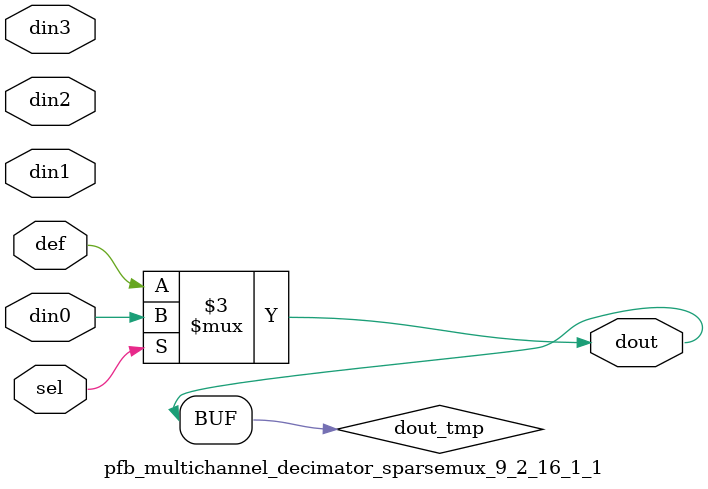
<source format=v>
`timescale 1ns / 1ps

module pfb_multichannel_decimator_sparsemux_9_2_16_1_1 (din0,din1,din2,din3,def,sel,dout);

parameter din0_WIDTH = 1;

parameter din1_WIDTH = 1;

parameter din2_WIDTH = 1;

parameter din3_WIDTH = 1;

parameter def_WIDTH = 1;
parameter sel_WIDTH = 1;
parameter dout_WIDTH = 1;

parameter [sel_WIDTH-1:0] CASE0 = 1;

parameter [sel_WIDTH-1:0] CASE1 = 1;

parameter [sel_WIDTH-1:0] CASE2 = 1;

parameter [sel_WIDTH-1:0] CASE3 = 1;

parameter ID = 1;
parameter NUM_STAGE = 1;



input [din0_WIDTH-1:0] din0;

input [din1_WIDTH-1:0] din1;

input [din2_WIDTH-1:0] din2;

input [din3_WIDTH-1:0] din3;

input [def_WIDTH-1:0] def;
input [sel_WIDTH-1:0] sel;

output [dout_WIDTH-1:0] dout;



reg [dout_WIDTH-1:0] dout_tmp;

always @ (*) begin
case (sel)
    
    CASE0 : dout_tmp = din0;
    
    CASE1 : dout_tmp = din1;
    
    CASE2 : dout_tmp = din2;
    
    CASE3 : dout_tmp = din3;
    
    default : dout_tmp = def;
endcase
end


assign dout = dout_tmp;



endmodule

</source>
